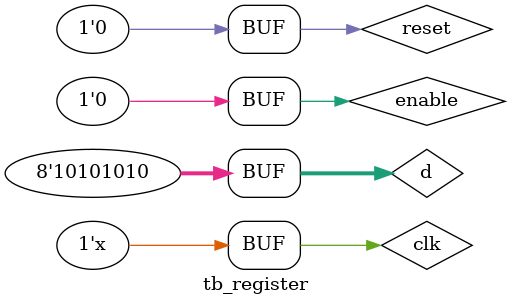
<source format=v>
`timescale 1ns / 1ps

module tb_register;

reg clk;
reg reset;
reg enable;
reg[7:0] d;

wire[7:0] q;

Nbit_register register (
    .clk(clk),
    .reset(reset),
    .enable(enable),
    .d(d),
    .q(q)
    );

initial
begin
    clk = 0;
    reset = 0;
    enable = 0;
    d = 8'h11;
end

always
    #5 clk =  !clk; 

initial
begin
    d = 8'hAB;
#5  enable = 1;
    d = 8'hFF;
#10 enable = 0;
    d = 8'hAA;        
end
endmodule

</source>
